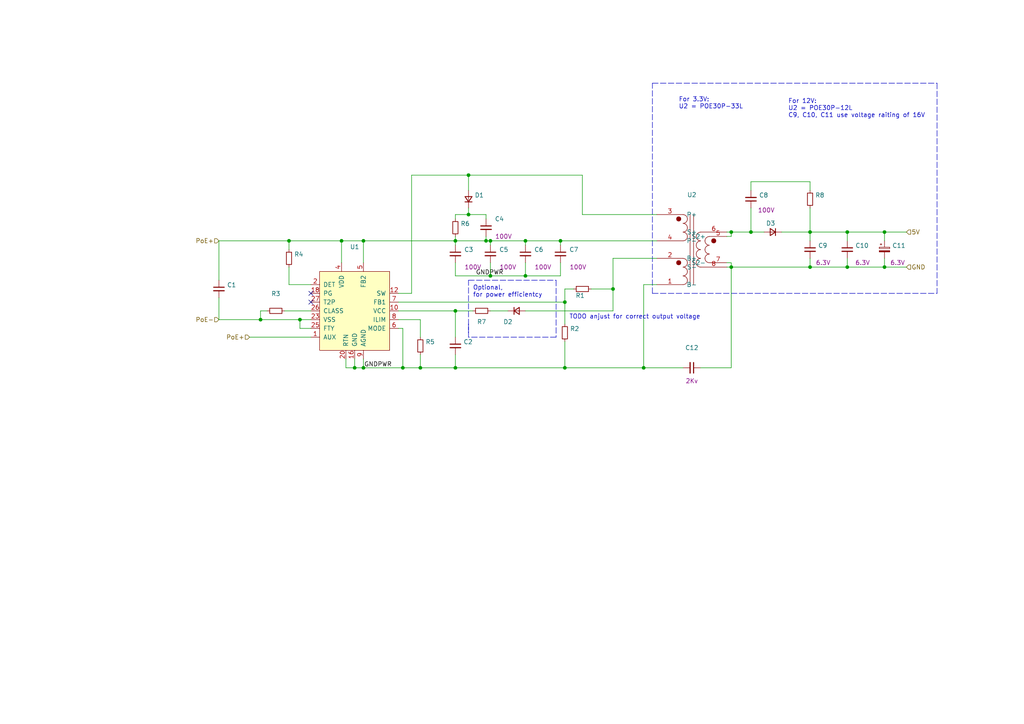
<source format=kicad_sch>
(kicad_sch (version 20211123) (generator eeschema)

  (uuid 6a45789b-3855-401f-8139-3c734f7f52f9)

  (paper "A4")

  (lib_symbols
    (symbol "Device:CP_Small" (pin_numbers hide) (pin_names (offset 0.254) hide) (in_bom yes) (on_board yes)
      (property "Reference" "C" (id 0) (at 0.254 1.778 0)
        (effects (font (size 1.27 1.27)) (justify left))
      )
      (property "Value" "Device_CP_Small" (id 1) (at 0.254 -2.032 0)
        (effects (font (size 1.27 1.27)) (justify left))
      )
      (property "Footprint" "" (id 2) (at 0 0 0)
        (effects (font (size 1.27 1.27)) hide)
      )
      (property "Datasheet" "" (id 3) (at 0 0 0)
        (effects (font (size 1.27 1.27)) hide)
      )
      (property "ki_fp_filters" "CP_*" (id 4) (at 0 0 0)
        (effects (font (size 1.27 1.27)) hide)
      )
      (symbol "CP_Small_0_1"
        (rectangle (start -1.524 -0.3048) (end 1.524 -0.6858)
          (stroke (width 0) (type default) (color 0 0 0 0))
          (fill (type outline))
        )
        (rectangle (start -1.524 0.6858) (end 1.524 0.3048)
          (stroke (width 0) (type default) (color 0 0 0 0))
          (fill (type none))
        )
        (polyline
          (pts
            (xy -1.27 1.524)
            (xy -0.762 1.524)
          )
          (stroke (width 0) (type default) (color 0 0 0 0))
          (fill (type none))
        )
        (polyline
          (pts
            (xy -1.016 1.27)
            (xy -1.016 1.778)
          )
          (stroke (width 0) (type default) (color 0 0 0 0))
          (fill (type none))
        )
      )
      (symbol "CP_Small_1_1"
        (pin passive line (at 0 2.54 270) (length 1.8542)
          (name "~" (effects (font (size 1.27 1.27))))
          (number "1" (effects (font (size 1.27 1.27))))
        )
        (pin passive line (at 0 -2.54 90) (length 1.8542)
          (name "~" (effects (font (size 1.27 1.27))))
          (number "2" (effects (font (size 1.27 1.27))))
        )
      )
    )
    (symbol "Device:C_Small" (pin_numbers hide) (pin_names (offset 0.254) hide) (in_bom yes) (on_board yes)
      (property "Reference" "C" (id 0) (at 0.254 1.778 0)
        (effects (font (size 1.27 1.27)) (justify left))
      )
      (property "Value" "C_Small" (id 1) (at 0.254 -2.032 0)
        (effects (font (size 1.27 1.27)) (justify left))
      )
      (property "Footprint" "" (id 2) (at 0 0 0)
        (effects (font (size 1.27 1.27)) hide)
      )
      (property "Datasheet" "~" (id 3) (at 0 0 0)
        (effects (font (size 1.27 1.27)) hide)
      )
      (property "ki_keywords" "capacitor cap" (id 4) (at 0 0 0)
        (effects (font (size 1.27 1.27)) hide)
      )
      (property "ki_description" "Unpolarized capacitor, small symbol" (id 5) (at 0 0 0)
        (effects (font (size 1.27 1.27)) hide)
      )
      (property "ki_fp_filters" "C_*" (id 6) (at 0 0 0)
        (effects (font (size 1.27 1.27)) hide)
      )
      (symbol "C_Small_0_1"
        (polyline
          (pts
            (xy -1.524 -0.508)
            (xy 1.524 -0.508)
          )
          (stroke (width 0.3302) (type default) (color 0 0 0 0))
          (fill (type none))
        )
        (polyline
          (pts
            (xy -1.524 0.508)
            (xy 1.524 0.508)
          )
          (stroke (width 0.3048) (type default) (color 0 0 0 0))
          (fill (type none))
        )
      )
      (symbol "C_Small_1_1"
        (pin passive line (at 0 2.54 270) (length 2.032)
          (name "~" (effects (font (size 1.27 1.27))))
          (number "1" (effects (font (size 1.27 1.27))))
        )
        (pin passive line (at 0 -2.54 90) (length 2.032)
          (name "~" (effects (font (size 1.27 1.27))))
          (number "2" (effects (font (size 1.27 1.27))))
        )
      )
    )
    (symbol "Device:D_Small" (pin_numbers hide) (pin_names (offset 0.254) hide) (in_bom yes) (on_board yes)
      (property "Reference" "D" (id 0) (at -1.27 2.032 0)
        (effects (font (size 1.27 1.27)) (justify left))
      )
      (property "Value" "D_Small" (id 1) (at -3.81 -2.032 0)
        (effects (font (size 1.27 1.27)) (justify left))
      )
      (property "Footprint" "" (id 2) (at 0 0 90)
        (effects (font (size 1.27 1.27)) hide)
      )
      (property "Datasheet" "~" (id 3) (at 0 0 90)
        (effects (font (size 1.27 1.27)) hide)
      )
      (property "ki_keywords" "diode" (id 4) (at 0 0 0)
        (effects (font (size 1.27 1.27)) hide)
      )
      (property "ki_description" "Diode, small symbol" (id 5) (at 0 0 0)
        (effects (font (size 1.27 1.27)) hide)
      )
      (property "ki_fp_filters" "TO-???* *_Diode_* *SingleDiode* D_*" (id 6) (at 0 0 0)
        (effects (font (size 1.27 1.27)) hide)
      )
      (symbol "D_Small_0_1"
        (polyline
          (pts
            (xy -0.762 -1.016)
            (xy -0.762 1.016)
          )
          (stroke (width 0.254) (type default) (color 0 0 0 0))
          (fill (type none))
        )
        (polyline
          (pts
            (xy -0.762 0)
            (xy 0.762 0)
          )
          (stroke (width 0) (type default) (color 0 0 0 0))
          (fill (type none))
        )
        (polyline
          (pts
            (xy 0.762 -1.016)
            (xy -0.762 0)
            (xy 0.762 1.016)
            (xy 0.762 -1.016)
          )
          (stroke (width 0.254) (type default) (color 0 0 0 0))
          (fill (type none))
        )
      )
      (symbol "D_Small_1_1"
        (pin passive line (at -2.54 0 0) (length 1.778)
          (name "K" (effects (font (size 1.27 1.27))))
          (number "1" (effects (font (size 1.27 1.27))))
        )
        (pin passive line (at 2.54 0 180) (length 1.778)
          (name "A" (effects (font (size 1.27 1.27))))
          (number "2" (effects (font (size 1.27 1.27))))
        )
      )
    )
    (symbol "Device:R_Small" (pin_numbers hide) (pin_names (offset 0.254) hide) (in_bom yes) (on_board yes)
      (property "Reference" "R" (id 0) (at 0.762 0.508 0)
        (effects (font (size 1.27 1.27)) (justify left))
      )
      (property "Value" "R_Small" (id 1) (at 0.762 -1.016 0)
        (effects (font (size 1.27 1.27)) (justify left))
      )
      (property "Footprint" "" (id 2) (at 0 0 0)
        (effects (font (size 1.27 1.27)) hide)
      )
      (property "Datasheet" "~" (id 3) (at 0 0 0)
        (effects (font (size 1.27 1.27)) hide)
      )
      (property "ki_keywords" "R resistor" (id 4) (at 0 0 0)
        (effects (font (size 1.27 1.27)) hide)
      )
      (property "ki_description" "Resistor, small symbol" (id 5) (at 0 0 0)
        (effects (font (size 1.27 1.27)) hide)
      )
      (property "ki_fp_filters" "R_*" (id 6) (at 0 0 0)
        (effects (font (size 1.27 1.27)) hide)
      )
      (symbol "R_Small_0_1"
        (rectangle (start -0.762 1.778) (end 0.762 -1.778)
          (stroke (width 0.2032) (type default) (color 0 0 0 0))
          (fill (type none))
        )
      )
      (symbol "R_Small_1_1"
        (pin passive line (at 0 2.54 270) (length 0.762)
          (name "~" (effects (font (size 1.27 1.27))))
          (number "1" (effects (font (size 1.27 1.27))))
        )
        (pin passive line (at 0 -2.54 90) (length 0.762)
          (name "~" (effects (font (size 1.27 1.27))))
          (number "2" (effects (font (size 1.27 1.27))))
        )
      )
    )
    (symbol "b033:POE70P-50L" (pin_names (offset 1.016)) (in_bom yes) (on_board yes)
      (property "Reference" "U" (id 0) (at 0 0 0)
        (effects (font (size 1.27 1.27)))
      )
      (property "Value" "POE70P-50L" (id 1) (at 0 12.7 0)
        (effects (font (size 1.27 1.27)))
      )
      (property "Footprint" "" (id 2) (at 0 0 0)
        (effects (font (size 1.27 1.27)) hide)
      )
      (property "Datasheet" "" (id 3) (at 0 0 0)
        (effects (font (size 1.27 1.27)) hide)
      )
      (symbol "POE70P-50L_0_1"
        (circle (center -3.81 -3.81) (radius 0.635)
          (stroke (width 0) (type default) (color 0 0 0 0))
          (fill (type outline))
        )
        (circle (center -3.81 8.89) (radius 0.635)
          (stroke (width 0) (type default) (color 0 0 0 0))
          (fill (type outline))
        )
        (circle (center 6.35 2.54) (radius 0.635)
          (stroke (width 0) (type default) (color 0 0 0 0))
          (fill (type outline))
        )
      )
      (symbol "POE70P-50L_1_1"
        (arc (start -2.54 -10.16) (mid -1.642 -9.788) (end -1.2954 -8.89)
          (stroke (width 0) (type default) (color 0 0 0 0))
          (fill (type none))
        )
        (arc (start -2.54 -7.62) (mid -1.642 -7.248) (end -1.2954 -6.35)
          (stroke (width 0) (type default) (color 0 0 0 0))
          (fill (type none))
        )
        (arc (start -2.54 -5.08) (mid -1.642 -4.708) (end -1.2954 -3.81)
          (stroke (width 0) (type default) (color 0 0 0 0))
          (fill (type none))
        )
        (arc (start -2.54 2.54) (mid -1.642 2.912) (end -1.2954 3.81)
          (stroke (width 0) (type default) (color 0 0 0 0))
          (fill (type none))
        )
        (arc (start -2.54 5.08) (mid -1.642 5.452) (end -1.2954 6.35)
          (stroke (width 0) (type default) (color 0 0 0 0))
          (fill (type none))
        )
        (arc (start -2.54 7.62) (mid -1.642 7.992) (end -1.2954 8.89)
          (stroke (width 0) (type default) (color 0 0 0 0))
          (fill (type none))
        )
        (arc (start -1.2954 -8.89) (mid -1.6599 -8.0099) (end -2.54 -7.6454)
          (stroke (width 0) (type default) (color 0 0 0 0))
          (fill (type none))
        )
        (arc (start -1.2954 -6.35) (mid -1.6599 -5.4699) (end -2.54 -5.1054)
          (stroke (width 0) (type default) (color 0 0 0 0))
          (fill (type none))
        )
        (arc (start -1.2954 -3.81) (mid -1.6599 -2.9299) (end -2.54 -2.5654)
          (stroke (width 0) (type default) (color 0 0 0 0))
          (fill (type none))
        )
        (arc (start -1.2954 3.81) (mid -1.6599 4.6901) (end -2.54 5.0546)
          (stroke (width 0) (type default) (color 0 0 0 0))
          (fill (type none))
        )
        (arc (start -1.2954 6.35) (mid -1.6599 7.2301) (end -2.54 7.5946)
          (stroke (width 0) (type default) (color 0 0 0 0))
          (fill (type none))
        )
        (arc (start -1.2954 8.89) (mid -1.6599 9.7701) (end -2.54 10.1346)
          (stroke (width 0) (type default) (color 0 0 0 0))
          (fill (type none))
        )
        (polyline
          (pts
            (xy -0.508 -10.16)
            (xy -0.508 10.16)
          )
          (stroke (width 0) (type default) (color 0 0 0 0))
          (fill (type none))
        )
        (polyline
          (pts
            (xy 0.508 10.16)
            (xy 0.508 -10.16)
          )
          (stroke (width 0) (type default) (color 0 0 0 0))
          (fill (type none))
        )
        (arc (start 1.27 -3.81) (mid 1.642 -4.708) (end 2.54 -5.08)
          (stroke (width 0) (type default) (color 0 0 0 0))
          (fill (type none))
        )
        (arc (start 1.27 -1.27) (mid 1.642 -2.168) (end 2.54 -2.54)
          (stroke (width 0) (type default) (color 0 0 0 0))
          (fill (type none))
        )
        (arc (start 1.27 1.27) (mid 1.642 0.372) (end 2.54 0)
          (stroke (width 0) (type default) (color 0 0 0 0))
          (fill (type none))
        )
        (arc (start 1.27 3.81) (mid 1.642 2.912) (end 2.54 2.54)
          (stroke (width 0) (type default) (color 0 0 0 0))
          (fill (type none))
        )
        (arc (start 2.54 -2.5654) (mid 1.6599 -2.9299) (end 1.27 -3.81)
          (stroke (width 0) (type default) (color 0 0 0 0))
          (fill (type none))
        )
        (arc (start 2.54 -0.0254) (mid 1.6599 -0.3899) (end 1.27 -1.27)
          (stroke (width 0) (type default) (color 0 0 0 0))
          (fill (type none))
        )
        (arc (start 2.54 2.5146) (mid 1.6599 2.1501) (end 1.27 1.27)
          (stroke (width 0) (type default) (color 0 0 0 0))
          (fill (type none))
        )
        (arc (start 2.54 5.0546) (mid 1.6599 4.6901) (end 1.27 3.81)
          (stroke (width 0) (type default) (color 0 0 0 0))
          (fill (type none))
        )
        (arc (start 3.81 -2.54) (mid 4.182 -3.438) (end 5.08 -3.81)
          (stroke (width 0) (type default) (color 0 0 0 0))
          (fill (type none))
        )
        (arc (start 3.81 0) (mid 4.182 -0.898) (end 5.08 -1.27)
          (stroke (width 0) (type default) (color 0 0 0 0))
          (fill (type none))
        )
        (arc (start 3.81 2.54) (mid 4.182 1.642) (end 5.08 1.27)
          (stroke (width 0) (type default) (color 0 0 0 0))
          (fill (type none))
        )
        (arc (start 5.08 -1.2954) (mid 4.1999 -1.6599) (end 3.81 -2.54)
          (stroke (width 0) (type default) (color 0 0 0 0))
          (fill (type none))
        )
        (arc (start 5.08 1.2446) (mid 4.1999 0.8801) (end 3.81 0)
          (stroke (width 0) (type default) (color 0 0 0 0))
          (fill (type none))
        )
        (arc (start 5.08 3.7846) (mid 4.1999 3.4201) (end 3.81 2.54)
          (stroke (width 0) (type default) (color 0 0 0 0))
          (fill (type none))
        )
        (pin passive line (at -10.16 -10.16 0) (length 7.62)
          (name "B-" (effects (font (size 1.27 1.27))))
          (number "1" (effects (font (size 1.27 1.27))))
        )
        (pin passive line (at -10.16 -2.54 0) (length 7.62)
          (name "B+" (effects (font (size 1.27 1.27))))
          (number "2" (effects (font (size 1.27 1.27))))
        )
        (pin passive line (at -10.16 10.16 0) (length 7.62)
          (name "P+" (effects (font (size 1.27 1.27))))
          (number "3" (effects (font (size 1.27 1.27))))
        )
        (pin passive line (at -10.16 2.54 0) (length 7.62)
          (name "P-" (effects (font (size 1.27 1.27))))
          (number "4" (effects (font (size 1.27 1.27))))
        )
        (pin passive line (at 10.16 3.81 180) (length 5.08)
          (name "S2+" (effects (font (size 1.27 1.27))))
          (number "5" (effects (font (size 1.27 1.27))))
        )
        (pin passive line (at 10.16 5.08 180) (length 7.62)
          (name "S+" (effects (font (size 1.27 1.27))))
          (number "6" (effects (font (size 1.27 1.27))))
        )
        (pin passive line (at 10.16 -3.81 180) (length 5.08)
          (name "S2-" (effects (font (size 1.27 1.27))))
          (number "7" (effects (font (size 1.27 1.27))))
        )
        (pin passive line (at 10.16 -5.08 180) (length 7.62)
          (name "S-" (effects (font (size 1.27 1.27))))
          (number "8" (effects (font (size 1.27 1.27))))
        )
      )
    )
    (symbol "board-rescue:MP8007-local" (pin_names (offset 1.016)) (in_bom yes) (on_board yes)
      (property "Reference" "U" (id 0) (at -5.08 11.43 0)
        (effects (font (size 1.27 1.27)))
      )
      (property "Value" "board-rescue_MP8007-local" (id 1) (at -1.27 -13.97 0)
        (effects (font (size 1.27 1.27)))
      )
      (property "Footprint" "" (id 2) (at -5.08 11.43 0)
        (effects (font (size 1.27 1.27)) hide)
      )
      (property "Datasheet" "" (id 3) (at -5.08 11.43 0)
        (effects (font (size 1.27 1.27)) hide)
      )
      (symbol "MP8007-local_0_1"
        (rectangle (start -6.35 10.16) (end 13.97 -12.7)
          (stroke (width 0) (type default) (color 0 0 0 0))
          (fill (type background))
        )
      )
      (symbol "MP8007-local_1_1"
        (pin input line (at -8.89 -8.89 0) (length 2.54)
          (name "AUX" (effects (font (size 1.27 1.27))))
          (number "1" (effects (font (size 1.27 1.27))))
        )
        (pin input line (at 16.51 -1.27 180) (length 2.54)
          (name "VCC" (effects (font (size 1.27 1.27))))
          (number "10" (effects (font (size 1.27 1.27))))
        )
        (pin input line (at 16.51 3.81 180) (length 2.54)
          (name "SW" (effects (font (size 1.27 1.27))))
          (number "12" (effects (font (size 1.27 1.27))))
        )
        (pin input line (at 16.51 3.81 180) (length 2.54) hide
          (name "~" (effects (font (size 1.27 1.27))))
          (number "13" (effects (font (size 1.27 1.27))))
        )
        (pin input line (at 3.81 -15.24 90) (length 2.54)
          (name "GND" (effects (font (size 1.27 1.27))))
          (number "16" (effects (font (size 1.27 1.27))))
        )
        (pin input line (at 3.81 -15.24 90) (length 2.54) hide
          (name "~" (effects (font (size 1.27 1.27))))
          (number "17" (effects (font (size 1.27 1.27))))
        )
        (pin input line (at -8.89 3.81 0) (length 2.54)
          (name "PG" (effects (font (size 1.27 1.27))))
          (number "18" (effects (font (size 1.27 1.27))))
        )
        (pin input line (at -8.89 6.35 0) (length 2.54)
          (name "DET" (effects (font (size 1.27 1.27))))
          (number "2" (effects (font (size 1.27 1.27))))
        )
        (pin input line (at 1.27 -15.24 90) (length 2.54)
          (name "RTN" (effects (font (size 1.27 1.27))))
          (number "20" (effects (font (size 1.27 1.27))))
        )
        (pin input line (at 1.27 -15.24 90) (length 2.54) hide
          (name "~" (effects (font (size 1.27 1.27))))
          (number "21" (effects (font (size 1.27 1.27))))
        )
        (pin input line (at -8.89 -3.81 0) (length 2.54)
          (name "VSS" (effects (font (size 1.27 1.27))))
          (number "23" (effects (font (size 1.27 1.27))))
        )
        (pin input line (at -8.89 -3.81 0) (length 2.54) hide
          (name "~" (effects (font (size 1.27 1.27))))
          (number "24" (effects (font (size 1.27 1.27))))
        )
        (pin input line (at -8.89 -6.35 0) (length 2.54)
          (name "FTY" (effects (font (size 1.27 1.27))))
          (number "25" (effects (font (size 1.27 1.27))))
        )
        (pin input line (at -8.89 -1.27 0) (length 2.54)
          (name "CLASS" (effects (font (size 1.27 1.27))))
          (number "26" (effects (font (size 1.27 1.27))))
        )
        (pin input line (at -8.89 1.27 0) (length 2.54)
          (name "T2P" (effects (font (size 1.27 1.27))))
          (number "27" (effects (font (size 1.27 1.27))))
        )
        (pin input line (at 3.81 -15.24 90) (length 2.54) hide
          (name "GND" (effects (font (size 1.27 1.27))))
          (number "29" (effects (font (size 1.27 1.27))))
        )
        (pin input line (at 0 12.7 270) (length 2.54)
          (name "VDD" (effects (font (size 1.27 1.27))))
          (number "4" (effects (font (size 1.27 1.27))))
        )
        (pin input line (at 6.35 12.7 270) (length 2.54)
          (name "FB2" (effects (font (size 1.27 1.27))))
          (number "5" (effects (font (size 1.27 1.27))))
        )
        (pin input line (at 16.51 -6.35 180) (length 2.54)
          (name "MODE" (effects (font (size 1.27 1.27))))
          (number "6" (effects (font (size 1.27 1.27))))
        )
        (pin input line (at 16.51 1.27 180) (length 2.54)
          (name "FB1" (effects (font (size 1.27 1.27))))
          (number "7" (effects (font (size 1.27 1.27))))
        )
        (pin input line (at 16.51 -3.81 180) (length 2.54)
          (name "ILIM" (effects (font (size 1.27 1.27))))
          (number "8" (effects (font (size 1.27 1.27))))
        )
        (pin input line (at 6.35 -15.24 90) (length 2.54)
          (name "AGND" (effects (font (size 1.27 1.27))))
          (number "9" (effects (font (size 1.27 1.27))))
        )
      )
    )
  )

  (junction (at 256.54 77.47) (diameter 0) (color 0 0 0 0)
    (uuid 057af6bb-cf6f-4bfb-b0c0-2e92a2c09a47)
  )
  (junction (at 234.95 77.47) (diameter 0) (color 0 0 0 0)
    (uuid 0ce8d3ab-2662-4158-8a2a-18b782908fc5)
  )
  (junction (at 142.24 69.85) (diameter 0) (color 0 0 0 0)
    (uuid 0ff508fd-18da-4ab7-9844-3c8a28c2587e)
  )
  (junction (at 132.08 90.17) (diameter 0) (color 0 0 0 0)
    (uuid 11a82611-b845-4333-a24e-b2ad6a8131a0)
  )
  (junction (at 142.24 80.01) (diameter 0) (color 0 0 0 0)
    (uuid 16bd6381-8ac0-4bf2-9dce-ecc20c724b8d)
  )
  (junction (at 102.87 106.68) (diameter 0) (color 0 0 0 0)
    (uuid 240e07e1-770b-4b27-894f-29fd601c924d)
  )
  (junction (at 132.08 106.68) (diameter 0) (color 0 0 0 0)
    (uuid 3b7cfda6-4679-4e99-854d-11e7f503b315)
  )
  (junction (at 132.08 69.85) (diameter 0) (color 0 0 0 0)
    (uuid 40165eda-4ba6-4565-9bb4-b9df6dbb08da)
  )
  (junction (at 105.41 106.68) (diameter 0) (color 0 0 0 0)
    (uuid 4a4ec8d9-3d72-4952-83d4-808f65849a2b)
  )
  (junction (at 163.83 106.68) (diameter 0) (color 0 0 0 0)
    (uuid 520848c9-07c5-4c55-928f-97058af72a92)
  )
  (junction (at 152.4 80.01) (diameter 0) (color 0 0 0 0)
    (uuid 60dcd1fe-7079-4cb8-b509-04558ccf5097)
  )
  (junction (at 105.41 69.85) (diameter 0) (color 0 0 0 0)
    (uuid 63ff1c93-3f96-4c33-b498-5dd8c33bccc0)
  )
  (junction (at 75.565 92.71) (diameter 0) (color 0 0 0 0)
    (uuid 6441b183-b8f2-458f-a23d-60e2b1f66dd6)
  )
  (junction (at 162.56 69.85) (diameter 0) (color 0 0 0 0)
    (uuid 70e15522-1572-4451-9c0d-6d36ac70d8c6)
  )
  (junction (at 256.54 67.31) (diameter 0) (color 0 0 0 0)
    (uuid 7b044939-8c4d-444f-b9e0-a15fcdeb5a86)
  )
  (junction (at 212.09 77.47) (diameter 0) (color 0 0 0 0)
    (uuid 7f52d787-caa3-4a92-b1b2-19d554dc29a4)
  )
  (junction (at 212.09 67.31) (diameter 0) (color 0 0 0 0)
    (uuid 8087f566-a94d-4bbc-985b-e49ee7762296)
  )
  (junction (at 163.83 87.63) (diameter 0) (color 0 0 0 0)
    (uuid 91f39f89-5780-45fb-a921-225d78f7cfb8)
  )
  (junction (at 177.8 83.82) (diameter 0) (color 0 0 0 0)
    (uuid 9ae2a8ba-8e15-47c3-8e54-7b5a4d168d3a)
  )
  (junction (at 217.805 67.31) (diameter 0) (color 0 0 0 0)
    (uuid 9b3c58a7-a9b9-4498-abc0-f9f43e4f0292)
  )
  (junction (at 86.995 92.71) (diameter 0) (color 0 0 0 0)
    (uuid 9bb20359-0f8b-45bc-9d38-6626ed3a939d)
  )
  (junction (at 234.95 67.31) (diameter 0) (color 0 0 0 0)
    (uuid a9b3f6e4-7a6d-4ae8-ad28-3d8458e0ca1a)
  )
  (junction (at 121.92 106.68) (diameter 0) (color 0 0 0 0)
    (uuid ae5fe6fe-bc7c-4b65-bb00-379280d9763c)
  )
  (junction (at 140.97 69.85) (diameter 0) (color 0 0 0 0)
    (uuid af80deb4-0879-4ca7-9550-e2fc0ae9ca21)
  )
  (junction (at 83.82 69.85) (diameter 0) (color 0 0 0 0)
    (uuid b71636c1-4132-48e3-9204-739dec873f8e)
  )
  (junction (at 245.745 77.47) (diameter 0) (color 0 0 0 0)
    (uuid be645d0f-8568-47a0-a152-e3ddd33563eb)
  )
  (junction (at 99.06 69.85) (diameter 0) (color 0 0 0 0)
    (uuid c01d25cd-f4bb-4ef3-b5ea-533a2a4ddb2b)
  )
  (junction (at 152.4 69.85) (diameter 0) (color 0 0 0 0)
    (uuid c332fa55-4168-4f55-88a5-f82c7c21040b)
  )
  (junction (at 135.89 62.23) (diameter 0) (color 0 0 0 0)
    (uuid c830e3bc-dc64-4f65-8f47-3b106bae2807)
  )
  (junction (at 135.89 50.8) (diameter 0) (color 0 0 0 0)
    (uuid d5641ac9-9be7-46bf-90b3-6c83d852b5ba)
  )
  (junction (at 245.745 67.31) (diameter 0) (color 0 0 0 0)
    (uuid d5b800ca-1ab6-4b66-b5f7-2dda5658b504)
  )
  (junction (at 116.84 106.68) (diameter 0) (color 0 0 0 0)
    (uuid ea0cd904-4205-44ba-9130-cda7eaafed19)
  )
  (junction (at 186.69 106.68) (diameter 0) (color 0 0 0 0)
    (uuid ec5c2062-3a41-4636-8803-069e60a1641a)
  )

  (no_connect (at 90.17 87.63) (uuid 852dabbf-de45-4470-8176-59d37a754407))
  (no_connect (at 90.17 85.09) (uuid b5352a33-563a-4ffe-a231-2e68fb54afa3))

  (wire (pts (xy 102.87 106.68) (xy 100.33 106.68))
    (stroke (width 0) (type default) (color 0 0 0 0))
    (uuid 003c2200-0632-4808-a662-8ddd5d30c768)
  )
  (wire (pts (xy 186.69 82.55) (xy 190.5 82.55))
    (stroke (width 0) (type default) (color 0 0 0 0))
    (uuid 01e9b6e7-adf9-4ee7-9447-a588630ee4a2)
  )
  (wire (pts (xy 132.08 90.17) (xy 137.16 90.17))
    (stroke (width 0) (type default) (color 0 0 0 0))
    (uuid 02cbc65e-0f6f-4a8d-af09-ce19c898a947)
  )
  (wire (pts (xy 256.54 69.85) (xy 256.54 67.31))
    (stroke (width 0) (type default) (color 0 0 0 0))
    (uuid 0325ec43-0390-4ae2-b055-b1ec6ce17b1c)
  )
  (wire (pts (xy 63.5 69.85) (xy 63.5 81.28))
    (stroke (width 0) (type default) (color 0 0 0 0))
    (uuid 03c52831-5dc5-43c5-a442-8d23643b46fb)
  )
  (wire (pts (xy 132.08 80.01) (xy 142.24 80.01))
    (stroke (width 0) (type default) (color 0 0 0 0))
    (uuid 0755aee5-bc01-4cb5-b830-583289df50a3)
  )
  (polyline (pts (xy 135.89 96.52) (xy 135.89 81.28))
    (stroke (width 0) (type default) (color 0 0 0 0))
    (uuid 09e8f97a-12e9-485f-89f2-0980acdfb3f6)
  )

  (wire (pts (xy 166.37 83.82) (xy 163.83 83.82))
    (stroke (width 0) (type default) (color 0 0 0 0))
    (uuid 0ec0fce1-a505-4223-8032-dc820da65700)
  )
  (wire (pts (xy 212.09 77.47) (xy 234.95 77.47))
    (stroke (width 0) (type default) (color 0 0 0 0))
    (uuid 101ef598-601d-400e-9ef6-d655fbb1dbfa)
  )
  (wire (pts (xy 152.4 90.17) (xy 177.8 90.17))
    (stroke (width 0) (type default) (color 0 0 0 0))
    (uuid 15f7d860-bc3a-4f74-81bf-aef3a6d89b19)
  )
  (wire (pts (xy 132.08 90.17) (xy 132.08 97.79))
    (stroke (width 0) (type default) (color 0 0 0 0))
    (uuid 184c5f4f-80ff-4c30-8cb0-d3d23ffa6502)
  )
  (wire (pts (xy 115.57 87.63) (xy 163.83 87.63))
    (stroke (width 0) (type default) (color 0 0 0 0))
    (uuid 1922e0f8-88da-4cca-959b-702ec5419469)
  )
  (wire (pts (xy 83.82 82.55) (xy 90.17 82.55))
    (stroke (width 0) (type default) (color 0 0 0 0))
    (uuid 1bf544e3-5940-4576-9291-2464e95c0ee2)
  )
  (wire (pts (xy 135.89 55.245) (xy 135.89 50.8))
    (stroke (width 0) (type default) (color 0 0 0 0))
    (uuid 1e8701fc-ad24-40ea-846a-e3db538d6077)
  )
  (wire (pts (xy 217.805 55.245) (xy 217.805 52.705))
    (stroke (width 0) (type default) (color 0 0 0 0))
    (uuid 20c315f4-1e4f-49aa-8d61-778a7389df7e)
  )
  (wire (pts (xy 135.89 62.23) (xy 140.97 62.23))
    (stroke (width 0) (type default) (color 0 0 0 0))
    (uuid 25d545dc-8f50-4573-922c-35ef5a2a3a19)
  )
  (wire (pts (xy 234.95 77.47) (xy 245.745 77.47))
    (stroke (width 0) (type default) (color 0 0 0 0))
    (uuid 29195ea4-8218-44a1-b4bf-466bee0082e4)
  )
  (wire (pts (xy 63.5 86.36) (xy 63.5 92.71))
    (stroke (width 0) (type default) (color 0 0 0 0))
    (uuid 29e78086-2175-405e-9ba3-c48766d2f50c)
  )
  (wire (pts (xy 86.995 92.71) (xy 90.17 92.71))
    (stroke (width 0) (type default) (color 0 0 0 0))
    (uuid 2d210a96-f81f-42a9-8bf4-1b43c11086f3)
  )
  (wire (pts (xy 163.83 99.06) (xy 163.83 106.68))
    (stroke (width 0) (type default) (color 0 0 0 0))
    (uuid 2d67a417-188f-4014-9282-000265d80009)
  )
  (wire (pts (xy 63.5 69.85) (xy 83.82 69.85))
    (stroke (width 0) (type default) (color 0 0 0 0))
    (uuid 2d6db888-4e40-41c8-b701-07170fc894bc)
  )
  (wire (pts (xy 115.57 95.25) (xy 116.84 95.25))
    (stroke (width 0) (type default) (color 0 0 0 0))
    (uuid 2ef76171-d74b-42f3-bc52-b28af8f62e15)
  )
  (wire (pts (xy 168.91 62.23) (xy 190.5 62.23))
    (stroke (width 0) (type default) (color 0 0 0 0))
    (uuid 2f215f15-3d52-4c91-93e6-3ea03a95622f)
  )
  (wire (pts (xy 75.565 92.71) (xy 86.995 92.71))
    (stroke (width 0) (type default) (color 0 0 0 0))
    (uuid 31e08896-1992-4725-96d9-9d2728bca7a3)
  )
  (wire (pts (xy 142.24 69.85) (xy 140.97 69.85))
    (stroke (width 0) (type default) (color 0 0 0 0))
    (uuid 378af8b4-af3d-46e7-89ae-deff12ca9067)
  )
  (wire (pts (xy 210.82 68.58) (xy 212.09 68.58))
    (stroke (width 0) (type default) (color 0 0 0 0))
    (uuid 3a52f112-cb97-43db-aaeb-20afe27664d7)
  )
  (wire (pts (xy 105.41 104.14) (xy 105.41 106.68))
    (stroke (width 0) (type default) (color 0 0 0 0))
    (uuid 3acc6506-d57a-4e0c-8eec-c18172009809)
  )
  (wire (pts (xy 171.45 83.82) (xy 177.8 83.82))
    (stroke (width 0) (type default) (color 0 0 0 0))
    (uuid 3b7947da-a593-4da0-9047-c53311bda4f3)
  )
  (wire (pts (xy 121.92 92.71) (xy 121.92 97.79))
    (stroke (width 0) (type default) (color 0 0 0 0))
    (uuid 405e0c99-b2ba-48eb-993b-80b1aef1e013)
  )
  (wire (pts (xy 132.08 102.87) (xy 132.08 106.68))
    (stroke (width 0) (type default) (color 0 0 0 0))
    (uuid 40d91498-f33b-4c20-8cae-6cbc1f0b07e9)
  )
  (wire (pts (xy 221.615 67.31) (xy 217.805 67.31))
    (stroke (width 0) (type default) (color 0 0 0 0))
    (uuid 41acfe41-fac7-432a-a7a3-946566e2d504)
  )
  (wire (pts (xy 142.24 90.17) (xy 147.32 90.17))
    (stroke (width 0) (type default) (color 0 0 0 0))
    (uuid 46b0148d-e2a0-406f-ad59-69dc93d08a5e)
  )
  (wire (pts (xy 162.56 76.2) (xy 162.56 80.01))
    (stroke (width 0) (type default) (color 0 0 0 0))
    (uuid 4a21e717-d46d-4d9e-8b98-af4ecb02d3ec)
  )
  (wire (pts (xy 86.995 95.25) (xy 90.17 95.25))
    (stroke (width 0) (type default) (color 0 0 0 0))
    (uuid 4c8eb964-bdf4-44de-90e9-e2ab82dd5313)
  )
  (wire (pts (xy 186.69 106.68) (xy 186.69 82.55))
    (stroke (width 0) (type default) (color 0 0 0 0))
    (uuid 4f66b314-0f62-4fb6-8c3c-f9c6a75cd3ec)
  )
  (wire (pts (xy 132.08 76.2) (xy 132.08 80.01))
    (stroke (width 0) (type default) (color 0 0 0 0))
    (uuid 4fb21471-41be-4be8-9687-66030f97befc)
  )
  (wire (pts (xy 115.57 85.09) (xy 119.38 85.09))
    (stroke (width 0) (type default) (color 0 0 0 0))
    (uuid 4fd5280c-0e61-4fd6-9080-fa30f092297c)
  )
  (wire (pts (xy 256.54 67.31) (xy 262.89 67.31))
    (stroke (width 0) (type default) (color 0 0 0 0))
    (uuid 576c6616-e95d-4f1e-8ead-dea30fcdc8c2)
  )
  (polyline (pts (xy 161.29 81.28) (xy 161.29 97.79))
    (stroke (width 0) (type default) (color 0 0 0 0))
    (uuid 5aa71689-c092-443f-bb7e-e0bcc073ced1)
  )

  (wire (pts (xy 163.83 106.68) (xy 186.69 106.68))
    (stroke (width 0) (type default) (color 0 0 0 0))
    (uuid 5b9c68d3-8634-4be7-8356-150252d07d5a)
  )
  (wire (pts (xy 198.12 106.68) (xy 186.69 106.68))
    (stroke (width 0) (type default) (color 0 0 0 0))
    (uuid 5edcefbe-9766-42c8-9529-28d0ec865573)
  )
  (wire (pts (xy 163.83 87.63) (xy 163.83 93.98))
    (stroke (width 0) (type default) (color 0 0 0 0))
    (uuid 5f0f3e5a-d243-4e89-b297-44d5ee1f2875)
  )
  (wire (pts (xy 168.91 50.8) (xy 168.91 62.23))
    (stroke (width 0) (type default) (color 0 0 0 0))
    (uuid 61fe293f-6808-4b7f-9340-9aaac7054a97)
  )
  (wire (pts (xy 210.82 77.47) (xy 212.09 77.47))
    (stroke (width 0) (type default) (color 0 0 0 0))
    (uuid 65134029-dbd2-409a-85a8-13c2a33ff019)
  )
  (wire (pts (xy 72.39 97.79) (xy 90.17 97.79))
    (stroke (width 0) (type default) (color 0 0 0 0))
    (uuid 66043bca-a260-4915-9fce-8a51d324c687)
  )
  (wire (pts (xy 152.4 69.85) (xy 142.24 69.85))
    (stroke (width 0) (type default) (color 0 0 0 0))
    (uuid 68877d35-b796-44db-9124-b8e744e7412e)
  )
  (polyline (pts (xy 189.23 24.13) (xy 271.78 24.13))
    (stroke (width 0) (type default) (color 0 0 0 0))
    (uuid 7403e69e-3d33-49cf-adbd-0964e91897c3)
  )

  (wire (pts (xy 83.82 69.85) (xy 99.06 69.85))
    (stroke (width 0) (type default) (color 0 0 0 0))
    (uuid 78675a7c-978a-406e-826c-fcfa59ff4723)
  )
  (wire (pts (xy 234.95 67.31) (xy 245.745 67.31))
    (stroke (width 0) (type default) (color 0 0 0 0))
    (uuid 7a4ce4b3-518a-4819-b8b2-5127b3347c64)
  )
  (wire (pts (xy 83.82 72.39) (xy 83.82 69.85))
    (stroke (width 0) (type default) (color 0 0 0 0))
    (uuid 7aed3a71-054b-4aaa-9c0a-030523c32827)
  )
  (polyline (pts (xy 135.89 81.28) (xy 161.29 81.28))
    (stroke (width 0) (type default) (color 0 0 0 0))
    (uuid 7c43f979-cf52-40c1-b925-c13f4533bb6c)
  )

  (wire (pts (xy 115.57 90.17) (xy 132.08 90.17))
    (stroke (width 0) (type default) (color 0 0 0 0))
    (uuid 7d9ac997-beef-4d99-b925-723c3b2719d1)
  )
  (wire (pts (xy 132.08 69.85) (xy 105.41 69.85))
    (stroke (width 0) (type default) (color 0 0 0 0))
    (uuid 7e023245-2c2b-4e2b-bfb9-5d35176e88f2)
  )
  (wire (pts (xy 217.805 52.705) (xy 234.95 52.705))
    (stroke (width 0) (type default) (color 0 0 0 0))
    (uuid 7e0a03ae-d054-4f76-a131-5c09b8dc1636)
  )
  (wire (pts (xy 152.4 71.12) (xy 152.4 69.85))
    (stroke (width 0) (type default) (color 0 0 0 0))
    (uuid 7e20a38c-bfc6-4ad1-914f-16f85f69a7af)
  )
  (wire (pts (xy 100.33 106.68) (xy 100.33 104.14))
    (stroke (width 0) (type default) (color 0 0 0 0))
    (uuid 7edc9030-db7b-43ac-a1b3-b87eeacb4c2d)
  )
  (wire (pts (xy 210.82 76.2) (xy 212.09 76.2))
    (stroke (width 0) (type default) (color 0 0 0 0))
    (uuid 7f2301df-e4bc-479e-a681-cc59c9a2dbbb)
  )
  (wire (pts (xy 82.55 90.17) (xy 90.17 90.17))
    (stroke (width 0) (type default) (color 0 0 0 0))
    (uuid 80094b70-85ab-4ff6-934b-60d5ee65023a)
  )
  (wire (pts (xy 203.2 106.68) (xy 212.09 106.68))
    (stroke (width 0) (type default) (color 0 0 0 0))
    (uuid 81a15393-727e-448b-a777-b18773023d89)
  )
  (wire (pts (xy 177.8 74.93) (xy 190.5 74.93))
    (stroke (width 0) (type default) (color 0 0 0 0))
    (uuid 834a6e88-a667-436c-8984-968d3dc6b5ab)
  )
  (wire (pts (xy 116.84 106.68) (xy 121.92 106.68))
    (stroke (width 0) (type default) (color 0 0 0 0))
    (uuid 83cb2ffc-60c9-4193-95f5-e7ed231736d0)
  )
  (wire (pts (xy 142.24 76.2) (xy 142.24 80.01))
    (stroke (width 0) (type default) (color 0 0 0 0))
    (uuid 85b7594c-358f-454b-b2ad-dd0b1d67ed76)
  )
  (wire (pts (xy 142.24 71.12) (xy 142.24 69.85))
    (stroke (width 0) (type default) (color 0 0 0 0))
    (uuid 88a9e4a5-097e-4bcc-9933-97e526fca940)
  )
  (wire (pts (xy 132.08 68.58) (xy 132.08 69.85))
    (stroke (width 0) (type default) (color 0 0 0 0))
    (uuid 8c6a821f-8e19-48f3-8f44-9b340f7689bc)
  )
  (polyline (pts (xy 135.89 93.98) (xy 135.89 97.79))
    (stroke (width 0) (type default) (color 0 0 0 0))
    (uuid 9049abed-26e4-4d24-af33-8f164e007eaf)
  )

  (wire (pts (xy 256.54 77.47) (xy 262.89 77.47))
    (stroke (width 0) (type default) (color 0 0 0 0))
    (uuid 935f462d-8b1e-4005-9f1e-17f537ab1756)
  )
  (wire (pts (xy 63.5 92.71) (xy 75.565 92.71))
    (stroke (width 0) (type default) (color 0 0 0 0))
    (uuid 94a873dc-af67-4ef9-8159-1f7c93eeb3d7)
  )
  (wire (pts (xy 162.56 71.12) (xy 162.56 69.85))
    (stroke (width 0) (type default) (color 0 0 0 0))
    (uuid 958855b3-4fb1-4f0f-8144-522f8724af42)
  )
  (wire (pts (xy 212.09 67.31) (xy 210.82 67.31))
    (stroke (width 0) (type default) (color 0 0 0 0))
    (uuid 98c78427-acd5-4f90-9ad6-9f61c4809aec)
  )
  (wire (pts (xy 163.83 83.82) (xy 163.83 87.63))
    (stroke (width 0) (type default) (color 0 0 0 0))
    (uuid 98cdc14d-19b8-4927-9f66-8921cdc35ab3)
  )
  (polyline (pts (xy 161.29 97.79) (xy 135.89 97.79))
    (stroke (width 0) (type default) (color 0 0 0 0))
    (uuid 9a341c98-b4b7-4785-85e6-befff8f88490)
  )

  (wire (pts (xy 105.41 69.85) (xy 105.41 76.2))
    (stroke (width 0) (type default) (color 0 0 0 0))
    (uuid 9b0a1687-7e1b-4a04-a30b-c27a072a2949)
  )
  (wire (pts (xy 190.5 69.85) (xy 162.56 69.85))
    (stroke (width 0) (type default) (color 0 0 0 0))
    (uuid 9e1b837f-0d34-4a18-9644-9ee68f141f46)
  )
  (wire (pts (xy 99.06 69.85) (xy 99.06 76.2))
    (stroke (width 0) (type default) (color 0 0 0 0))
    (uuid a1823eb2-fb0d-4ed8-8b96-04184ac3a9d5)
  )
  (wire (pts (xy 116.84 95.25) (xy 116.84 106.68))
    (stroke (width 0) (type default) (color 0 0 0 0))
    (uuid a1deb9ae-28f6-4ee3-a544-965dcf68026c)
  )
  (wire (pts (xy 212.09 106.68) (xy 212.09 77.47))
    (stroke (width 0) (type default) (color 0 0 0 0))
    (uuid a4f86a46-3bc8-4daa-9125-a63f297eb114)
  )
  (wire (pts (xy 142.24 80.01) (xy 152.4 80.01))
    (stroke (width 0) (type default) (color 0 0 0 0))
    (uuid a5cd8da1-8f7f-4f80-bb23-0317de562222)
  )
  (wire (pts (xy 226.695 67.31) (xy 234.95 67.31))
    (stroke (width 0) (type default) (color 0 0 0 0))
    (uuid a6b7df29-bcf8-46a9-b623-7eaac47f5110)
  )
  (wire (pts (xy 212.09 76.2) (xy 212.09 77.47))
    (stroke (width 0) (type default) (color 0 0 0 0))
    (uuid a8447faf-e0a0-4c4a-ae53-4d4b28669151)
  )
  (wire (pts (xy 86.995 95.25) (xy 86.995 92.71))
    (stroke (width 0) (type default) (color 0 0 0 0))
    (uuid aa14c3bd-4acc-4908-9d28-228585a22a9d)
  )
  (wire (pts (xy 177.8 74.93) (xy 177.8 83.82))
    (stroke (width 0) (type default) (color 0 0 0 0))
    (uuid aadded19-c3e5-4f16-bdee-518ec29536e9)
  )
  (wire (pts (xy 140.97 62.23) (xy 140.97 63.5))
    (stroke (width 0) (type default) (color 0 0 0 0))
    (uuid aca4de92-9c41-4c2b-9afa-540d02dafa1c)
  )
  (wire (pts (xy 234.95 74.93) (xy 234.95 77.47))
    (stroke (width 0) (type default) (color 0 0 0 0))
    (uuid b0906e10-2fbc-4309-a8b4-6fc4cd1a5490)
  )
  (wire (pts (xy 245.745 77.47) (xy 256.54 77.47))
    (stroke (width 0) (type default) (color 0 0 0 0))
    (uuid bd9595a1-04f3-4fda-8f1b-e65ad874edd3)
  )
  (wire (pts (xy 75.565 90.17) (xy 75.565 92.71))
    (stroke (width 0) (type default) (color 0 0 0 0))
    (uuid bfc0aadc-38cf-466e-a642-68fdc3138c78)
  )
  (wire (pts (xy 83.82 77.47) (xy 83.82 82.55))
    (stroke (width 0) (type default) (color 0 0 0 0))
    (uuid c0515cd2-cdaa-467e-8354-0f6eadfa35c9)
  )
  (polyline (pts (xy 189.23 85.09) (xy 189.23 24.13))
    (stroke (width 0) (type default) (color 0 0 0 0))
    (uuid c0925387-6865-4ae1-b5ee-15109c7a9020)
  )

  (wire (pts (xy 217.805 60.325) (xy 217.805 67.31))
    (stroke (width 0) (type default) (color 0 0 0 0))
    (uuid c094494a-f6f7-43fc-a007-4951484ddf3a)
  )
  (wire (pts (xy 135.89 50.8) (xy 168.91 50.8))
    (stroke (width 0) (type default) (color 0 0 0 0))
    (uuid c25a772d-af9c-4ebc-96f6-0966738c13a8)
  )
  (wire (pts (xy 135.89 60.325) (xy 135.89 62.23))
    (stroke (width 0) (type default) (color 0 0 0 0))
    (uuid c43663ee-9a0d-4f27-a292-89ba89964065)
  )
  (wire (pts (xy 140.97 68.58) (xy 140.97 69.85))
    (stroke (width 0) (type default) (color 0 0 0 0))
    (uuid c4d95c86-0913-42dc-bd75-e714c9e905f1)
  )
  (wire (pts (xy 152.4 80.01) (xy 162.56 80.01))
    (stroke (width 0) (type default) (color 0 0 0 0))
    (uuid c5eb1e4c-ce83-470e-8f32-e20ff1f886a3)
  )
  (wire (pts (xy 132.08 71.12) (xy 132.08 69.85))
    (stroke (width 0) (type default) (color 0 0 0 0))
    (uuid c5f9e977-5650-4f39-a99f-1e7408b8c4ec)
  )
  (wire (pts (xy 115.57 92.71) (xy 121.92 92.71))
    (stroke (width 0) (type default) (color 0 0 0 0))
    (uuid c67e2e6a-0dd2-4056-8c4c-585185ba555c)
  )
  (wire (pts (xy 132.08 69.85) (xy 140.97 69.85))
    (stroke (width 0) (type default) (color 0 0 0 0))
    (uuid c6b7f1cc-7660-4bab-9d51-2290dbfc44a2)
  )
  (wire (pts (xy 245.745 67.31) (xy 256.54 67.31))
    (stroke (width 0) (type default) (color 0 0 0 0))
    (uuid c9667181-b3c7-4b01-b8b4-baa29a9aea63)
  )
  (wire (pts (xy 105.41 106.68) (xy 116.84 106.68))
    (stroke (width 0) (type default) (color 0 0 0 0))
    (uuid ca87f11b-5f48-4b57-8535-68d3ec2fe5a9)
  )
  (polyline (pts (xy 189.23 85.09) (xy 271.78 85.09))
    (stroke (width 0) (type default) (color 0 0 0 0))
    (uuid cb0a5506-fec4-41e5-a3a8-562c08b58d0a)
  )

  (wire (pts (xy 256.54 74.93) (xy 256.54 77.47))
    (stroke (width 0) (type default) (color 0 0 0 0))
    (uuid cb16d05e-318b-4e51-867b-70d791d75bea)
  )
  (polyline (pts (xy 271.78 24.13) (xy 271.78 85.09))
    (stroke (width 0) (type default) (color 0 0 0 0))
    (uuid cbaf86fe-97dd-4c35-aede-e7578ee9c14b)
  )

  (wire (pts (xy 105.41 106.68) (xy 102.87 106.68))
    (stroke (width 0) (type default) (color 0 0 0 0))
    (uuid cbd8faed-e1f8-4406-87c8-58b2c504a5d4)
  )
  (wire (pts (xy 177.8 90.17) (xy 177.8 83.82))
    (stroke (width 0) (type default) (color 0 0 0 0))
    (uuid cd5ca5b8-cc80-41d4-bb88-5a2721319398)
  )
  (wire (pts (xy 121.92 102.87) (xy 121.92 106.68))
    (stroke (width 0) (type default) (color 0 0 0 0))
    (uuid cdd0fa06-b499-4938-bc40-064af7717318)
  )
  (wire (pts (xy 245.745 69.85) (xy 245.745 67.31))
    (stroke (width 0) (type default) (color 0 0 0 0))
    (uuid cff34251-839c-4da9-a0ad-85d0fc4e32af)
  )
  (wire (pts (xy 234.95 69.85) (xy 234.95 67.31))
    (stroke (width 0) (type default) (color 0 0 0 0))
    (uuid d0fb0864-e79b-4bdc-8e8e-eed0cabe6d56)
  )
  (wire (pts (xy 77.47 90.17) (xy 75.565 90.17))
    (stroke (width 0) (type default) (color 0 0 0 0))
    (uuid d4a1d3c4-b315-4bec-9220-d12a9eab51e0)
  )
  (wire (pts (xy 234.95 52.705) (xy 234.95 55.245))
    (stroke (width 0) (type default) (color 0 0 0 0))
    (uuid d6fb27cf-362d-4568-967c-a5bf49d5931b)
  )
  (wire (pts (xy 132.08 62.23) (xy 135.89 62.23))
    (stroke (width 0) (type default) (color 0 0 0 0))
    (uuid d7269d2a-b8c0-422d-8f25-f79ea31bf75e)
  )
  (wire (pts (xy 234.95 60.325) (xy 234.95 67.31))
    (stroke (width 0) (type default) (color 0 0 0 0))
    (uuid d9c6d5d2-0b49-49ba-a970-cd2c32f74c54)
  )
  (wire (pts (xy 162.56 69.85) (xy 152.4 69.85))
    (stroke (width 0) (type default) (color 0 0 0 0))
    (uuid dde51ae5-b215-445e-92bb-4a12ec410531)
  )
  (wire (pts (xy 119.38 85.09) (xy 119.38 50.8))
    (stroke (width 0) (type default) (color 0 0 0 0))
    (uuid de5a8b6e-17a7-4a5c-87ac-8acf812bc9a8)
  )
  (wire (pts (xy 102.87 104.14) (xy 102.87 106.68))
    (stroke (width 0) (type default) (color 0 0 0 0))
    (uuid e1923917-99c7-4106-85f8-b52f25c50401)
  )
  (wire (pts (xy 119.38 50.8) (xy 135.89 50.8))
    (stroke (width 0) (type default) (color 0 0 0 0))
    (uuid e229fe13-73d2-4649-b586-ad38ab331693)
  )
  (wire (pts (xy 217.805 67.31) (xy 212.09 67.31))
    (stroke (width 0) (type default) (color 0 0 0 0))
    (uuid e40e8cef-4fb0-4fc3-be09-3875b2cc8469)
  )
  (wire (pts (xy 132.08 63.5) (xy 132.08 62.23))
    (stroke (width 0) (type default) (color 0 0 0 0))
    (uuid e8c50f1b-c316-4110-9cce-5c24c65a1eaa)
  )
  (wire (pts (xy 245.745 74.93) (xy 245.745 77.47))
    (stroke (width 0) (type default) (color 0 0 0 0))
    (uuid ebd06df3-d52b-4cff-99a2-a771df6d3733)
  )
  (wire (pts (xy 152.4 76.2) (xy 152.4 80.01))
    (stroke (width 0) (type default) (color 0 0 0 0))
    (uuid ec31c074-17b2-48e1-ab01-071acad3fa04)
  )
  (wire (pts (xy 99.06 69.85) (xy 105.41 69.85))
    (stroke (width 0) (type default) (color 0 0 0 0))
    (uuid ee27d19c-8dca-4ac8-a760-6dfd54d28071)
  )
  (wire (pts (xy 121.92 106.68) (xy 132.08 106.68))
    (stroke (width 0) (type default) (color 0 0 0 0))
    (uuid f2288a4b-57e6-4ea6-9115-afb1c979cb4c)
  )
  (wire (pts (xy 212.09 68.58) (xy 212.09 67.31))
    (stroke (width 0) (type default) (color 0 0 0 0))
    (uuid f4eb0267-179f-46c9-b516-9bfb06bac1ba)
  )
  (wire (pts (xy 132.08 106.68) (xy 163.83 106.68))
    (stroke (width 0) (type default) (color 0 0 0 0))
    (uuid f6532f34-0cd8-4d2b-930c-05773ad3ecb2)
  )

  (text "For 12V:\nU2 = POE30P-12L\nC9, C10, C11 use voltage raiting of 16V "
    (at 228.6 34.29 0)
    (effects (font (size 1.27 1.27)) (justify left bottom))
    (uuid 0a8f3d04-bc06-4368-911b-2cf1aaa66165)
  )
  (text "Optional, \nfor power efficientcy" (at 137.16 86.36 0)
    (effects (font (size 1.27 1.27)) (justify left bottom))
    (uuid 344d0519-b2f9-470f-bd12-030f65ced931)
  )
  (text "TODO anjust for correct output voltage" (at 165.1 92.71 0)
    (effects (font (size 1.27 1.27)) (justify left bottom))
    (uuid 83d15766-dfad-40a4-ae4d-e04923139404)
  )
  (text "For 3.3V:\nU2 = POE30P-33L" (at 196.85 31.75 0)
    (effects (font (size 1.27 1.27)) (justify left bottom))
    (uuid fe665c4f-0b97-4419-9cfb-161d279b7e74)
  )

  (label "GNDPWR" (at 113.665 106.68 180)
    (effects (font (size 1.27 1.27)) (justify right bottom))
    (uuid 5528bcad-2950-4673-90eb-c37e6952c475)
  )
  (label "GNDPWR" (at 146.05 80.01 180)
    (effects (font (size 1.27 1.27)) (justify right bottom))
    (uuid 7599133e-c681-4202-85d9-c20dac196c64)
  )

  (hierarchical_label "5V" (shape input) (at 262.89 67.31 0)
    (effects (font (size 1.27 1.27)) (justify left))
    (uuid 127679a9-3981-4934-815e-896a4e3ff56e)
  )
  (hierarchical_label "GND" (shape input) (at 262.89 77.47 0)
    (effects (font (size 1.27 1.27)) (justify left))
    (uuid 48ab88d7-7084-4d02-b109-3ad55a30bb11)
  )
  (hierarchical_label "PoE-" (shape input) (at 63.5 92.71 180)
    (effects (font (size 1.27 1.27)) (justify right))
    (uuid 716e31c5-485f-40b5-88e3-a75900da9811)
  )
  (hierarchical_label "PoE+" (shape input) (at 72.39 97.79 180)
    (effects (font (size 1.27 1.27)) (justify right))
    (uuid 7bbf981c-a063-4e30-8911-e4228e1c0743)
  )
  (hierarchical_label "PoE+" (shape input) (at 63.5 69.85 180)
    (effects (font (size 1.27 1.27)) (justify right))
    (uuid b1086f75-01ba-4188-8d36-75a9e2828ca9)
  )

  (symbol (lib_id "board-rescue:MP8007-local") (at 99.06 88.9 0) (unit 1)
    (in_bom yes) (on_board yes)
    (uuid 00000000-0000-0000-0000-000060a0318a)
    (property "Reference" "U1" (id 0) (at 102.87 71.6026 0))
    (property "Value" "" (id 1) (at 102.87 73.914 0))
    (property "Footprint" "" (id 2) (at 93.98 77.47 0)
      (effects (font (size 1.27 1.27)) hide)
    )
    (property "Datasheet" "" (id 3) (at 93.98 77.47 0)
      (effects (font (size 1.27 1.27)) hide)
    )
    (pin "1" (uuid 84b49332-c009-4222-9715-891767babdf6))
    (pin "10" (uuid 80f04873-7bc4-4f8d-a001-9b4c1bacaa99))
    (pin "12" (uuid 7297708a-3ddb-437c-a022-029fc420f242))
    (pin "13" (uuid 80f8544b-efce-4726-8493-8054af38c28d))
    (pin "16" (uuid a43c0300-1cf5-4793-a686-2c168de41d61))
    (pin "17" (uuid 89628ef4-e6ac-4807-85d4-c52f8cf9e136))
    (pin "18" (uuid 45ab63b2-69a7-4901-a31d-21ac38882192))
    (pin "2" (uuid 17757662-228c-4c69-b30a-02c579f9c94a))
    (pin "20" (uuid 40c31842-f602-4408-b8d1-ee3550d6d805))
    (pin "21" (uuid d8b5bac9-55d0-45a0-8868-d3db243a870f))
    (pin "23" (uuid a495c44c-0621-4b81-8568-15d3eeb6bd10))
    (pin "24" (uuid 960e3980-6992-4f2f-be18-9d55b25deb4f))
    (pin "25" (uuid 6ff68425-4d5c-4047-bb2d-454338ea7222))
    (pin "26" (uuid a6bd56a6-2781-4a69-91bb-2c1492084c6c))
    (pin "27" (uuid a3d19ecf-a56e-4b08-882f-e0959ebaf9bb))
    (pin "29" (uuid 9472cabf-848d-4d17-9df0-8ca6c15a78bc))
    (pin "4" (uuid b767b8f8-ecce-4a00-9757-4efa3a524318))
    (pin "5" (uuid 0aea80b3-5920-4614-b5a1-211fc72588f6))
    (pin "6" (uuid 3b0eb3d0-4c1b-4d23-881b-acbb21fccdac))
    (pin "7" (uuid f1df8eee-8a89-44d0-bde3-f8189f69bdae))
    (pin "8" (uuid 0b1a71c3-e09d-4ef0-89b0-db61108da5e8))
    (pin "9" (uuid d408b27d-ea71-4900-b0e7-cb8fd5299291))
  )

  (symbol (lib_id "b033:POE70P-50L") (at 200.66 72.39 0) (unit 1)
    (in_bom yes) (on_board yes)
    (uuid 00000000-0000-0000-0000-000060a03af8)
    (property "Reference" "U2" (id 0) (at 200.66 56.515 0))
    (property "Value" "" (id 1) (at 200.66 58.8264 0))
    (property "Footprint" "" (id 2) (at 200.66 72.39 0)
      (effects (font (size 1.27 1.27)) hide)
    )
    (property "Datasheet" "" (id 3) (at 200.66 72.39 0)
      (effects (font (size 1.27 1.27)) hide)
    )
    (pin "1" (uuid fb4f5b9a-78f8-437f-a793-105c1797ae5b))
    (pin "2" (uuid 53c78b9f-e543-4d59-aa4f-6367dbb404ec))
    (pin "3" (uuid 01fa08a6-7be1-41f2-9d5f-9c8fd909b515))
    (pin "4" (uuid 4aac0332-f770-48bf-84c6-1f15cb6965e6))
    (pin "5" (uuid 51934aba-6bd8-4cf2-9180-7d8507ae546e))
    (pin "6" (uuid e8e54784-63be-4e29-bba0-8d06d3e6b108))
    (pin "7" (uuid 8969f576-03fa-4e04-b345-8d7fcf6d78ae))
    (pin "8" (uuid bab86d3f-0f50-4b90-9d25-b0d60c28a71e))
  )

  (symbol (lib_id "Device:C_Small") (at 63.5 83.82 0) (unit 1)
    (in_bom yes) (on_board yes)
    (uuid 00000000-0000-0000-0000-000060a06e25)
    (property "Reference" "C1" (id 0) (at 65.8368 82.6516 0)
      (effects (font (size 1.27 1.27)) (justify left))
    )
    (property "Value" "" (id 1) (at 65.8368 84.963 0)
      (effects (font (size 1.27 1.27)) (justify left))
    )
    (property "Footprint" "" (id 2) (at 63.5 83.82 0)
      (effects (font (size 1.27 1.27)) hide)
    )
    (property "Datasheet" "~" (id 3) (at 63.5 83.82 0)
      (effects (font (size 1.27 1.27)) hide)
    )
    (pin "1" (uuid 40101aa4-b797-46a5-aa9f-0bc748343854))
    (pin "2" (uuid 425d4e0c-4af7-4877-bb5f-21af91cfe52d))
  )

  (symbol (lib_id "Device:R_Small") (at 83.82 74.93 0) (unit 1)
    (in_bom yes) (on_board yes)
    (uuid 00000000-0000-0000-0000-000060a0839d)
    (property "Reference" "R4" (id 0) (at 85.3186 73.7616 0)
      (effects (font (size 1.27 1.27)) (justify left))
    )
    (property "Value" "" (id 1) (at 85.3186 76.073 0)
      (effects (font (size 1.27 1.27)) (justify left))
    )
    (property "Footprint" "" (id 2) (at 83.82 74.93 0)
      (effects (font (size 1.27 1.27)) hide)
    )
    (property "Datasheet" "~" (id 3) (at 83.82 74.93 0)
      (effects (font (size 1.27 1.27)) hide)
    )
    (pin "1" (uuid 2f4e6d3b-e788-40fd-a30d-623725dbb33b))
    (pin "2" (uuid 16f46eb7-3179-4690-ba60-9ec9d64b3378))
  )

  (symbol (lib_id "Device:R_Small") (at 80.01 90.17 270) (unit 1)
    (in_bom yes) (on_board yes)
    (uuid 00000000-0000-0000-0000-000060a08fa6)
    (property "Reference" "R3" (id 0) (at 80.01 85.1916 90))
    (property "Value" "" (id 1) (at 80.01 87.503 90))
    (property "Footprint" "" (id 2) (at 80.01 90.17 0)
      (effects (font (size 1.27 1.27)) hide)
    )
    (property "Datasheet" "~" (id 3) (at 80.01 90.17 0)
      (effects (font (size 1.27 1.27)) hide)
    )
    (pin "1" (uuid d2c61604-a816-4601-a1a6-18f90f86b771))
    (pin "2" (uuid ea87411d-3c37-4ee3-8f36-8e3a9f8bd10e))
  )

  (symbol (lib_id "Device:R_Small") (at 132.08 66.04 0) (unit 1)
    (in_bom yes) (on_board yes)
    (uuid 00000000-0000-0000-0000-000060a12ead)
    (property "Reference" "R6" (id 0) (at 133.5786 64.8716 0)
      (effects (font (size 1.27 1.27)) (justify left))
    )
    (property "Value" "" (id 1) (at 133.5786 67.183 0)
      (effects (font (size 1.27 1.27)) (justify left))
    )
    (property "Footprint" "" (id 2) (at 132.08 66.04 0)
      (effects (font (size 1.27 1.27)) hide)
    )
    (property "Datasheet" "~" (id 3) (at 132.08 66.04 0)
      (effects (font (size 1.27 1.27)) hide)
    )
    (pin "1" (uuid ad71b609-e7e1-4666-9fd0-6d88c7d96f36))
    (pin "2" (uuid ba29d9b9-9df3-4ca5-8a70-aa01665f535e))
  )

  (symbol (lib_id "Device:C_Small") (at 140.97 66.04 0) (unit 1)
    (in_bom yes) (on_board yes)
    (uuid 00000000-0000-0000-0000-000060a13580)
    (property "Reference" "C4" (id 0) (at 143.51 63.5 0)
      (effects (font (size 1.27 1.27)) (justify left))
    )
    (property "Value" "" (id 1) (at 143.51 66.04 0)
      (effects (font (size 1.27 1.27)) (justify left))
    )
    (property "Footprint" "" (id 2) (at 140.97 66.04 0)
      (effects (font (size 1.27 1.27)) hide)
    )
    (property "Datasheet" "~" (id 3) (at 140.97 66.04 0)
      (effects (font (size 1.27 1.27)) hide)
    )
    (property "Voltage" "100V" (id 4) (at 146.05 68.58 0))
    (pin "1" (uuid 0cf5165f-03e3-4954-97bb-e571f92bbbbe))
    (pin "2" (uuid 07459f39-3235-4839-b27e-387eaf36b5d8))
  )

  (symbol (lib_id "Device:D_Small") (at 135.89 57.785 90) (unit 1)
    (in_bom yes) (on_board yes)
    (uuid 00000000-0000-0000-0000-000060a1507f)
    (property "Reference" "D1" (id 0) (at 137.668 56.6166 90)
      (effects (font (size 1.27 1.27)) (justify right))
    )
    (property "Value" "" (id 1) (at 137.668 58.928 90)
      (effects (font (size 1.27 1.27)) (justify right))
    )
    (property "Footprint" "" (id 2) (at 135.89 57.785 90)
      (effects (font (size 1.27 1.27)) hide)
    )
    (property "Datasheet" "~" (id 3) (at 135.89 57.785 90)
      (effects (font (size 1.27 1.27)) hide)
    )
    (pin "1" (uuid 8452c61c-6d5f-47a3-8a21-a3356a7e2bd4))
    (pin "2" (uuid 6424e37b-0a2d-4486-9952-eba089b6e9fc))
  )

  (symbol (lib_id "Device:C_Small") (at 132.08 73.66 0) (unit 1)
    (in_bom yes) (on_board yes)
    (uuid 00000000-0000-0000-0000-000060a18fd2)
    (property "Reference" "C3" (id 0) (at 134.62 72.39 0)
      (effects (font (size 1.27 1.27)) (justify left))
    )
    (property "Value" "" (id 1) (at 134.62 74.93 0)
      (effects (font (size 1.27 1.27)) (justify left))
    )
    (property "Footprint" "" (id 2) (at 132.08 73.66 0)
      (effects (font (size 1.27 1.27)) hide)
    )
    (property "Datasheet" "~" (id 3) (at 132.08 73.66 0)
      (effects (font (size 1.27 1.27)) hide)
    )
    (property "Voltage" "100V" (id 4) (at 137.16 77.47 0))
    (pin "1" (uuid 2c3c5a88-d8d5-4e8e-8fe3-709de6747d75))
    (pin "2" (uuid 23c4756d-82f8-4d5b-a432-182147df989c))
  )

  (symbol (lib_id "Device:C_Small") (at 142.24 73.66 0) (unit 1)
    (in_bom yes) (on_board yes)
    (uuid 00000000-0000-0000-0000-000060a193fd)
    (property "Reference" "C5" (id 0) (at 144.78 72.39 0)
      (effects (font (size 1.27 1.27)) (justify left))
    )
    (property "Value" "" (id 1) (at 144.78 74.93 0)
      (effects (font (size 1.27 1.27)) (justify left))
    )
    (property "Footprint" "" (id 2) (at 142.24 73.66 0)
      (effects (font (size 1.27 1.27)) hide)
    )
    (property "Datasheet" "~" (id 3) (at 142.24 73.66 0)
      (effects (font (size 1.27 1.27)) hide)
    )
    (property "Voltage" "100V" (id 4) (at 147.32 77.47 0))
    (pin "1" (uuid ea041953-56d7-4181-bcd3-3933f93fafe5))
    (pin "2" (uuid b8822758-430c-4efd-821e-07c84fc4812e))
  )

  (symbol (lib_id "Device:C_Small") (at 152.4 73.66 0) (unit 1)
    (in_bom yes) (on_board yes)
    (uuid 00000000-0000-0000-0000-000060a19703)
    (property "Reference" "C6" (id 0) (at 154.94 72.39 0)
      (effects (font (size 1.27 1.27)) (justify left))
    )
    (property "Value" "" (id 1) (at 154.94 74.93 0)
      (effects (font (size 1.27 1.27)) (justify left))
    )
    (property "Footprint" "" (id 2) (at 152.4 73.66 0)
      (effects (font (size 1.27 1.27)) hide)
    )
    (property "Datasheet" "~" (id 3) (at 152.4 73.66 0)
      (effects (font (size 1.27 1.27)) hide)
    )
    (property "Voltage" "100V" (id 4) (at 157.48 77.47 0))
    (pin "1" (uuid 15cb05f1-e523-415c-aac4-95a688f2ee48))
    (pin "2" (uuid a8cb2f62-4a11-4982-8f2b-36f0e50f4a69))
  )

  (symbol (lib_id "Device:C_Small") (at 162.56 73.66 0) (unit 1)
    (in_bom yes) (on_board yes)
    (uuid 00000000-0000-0000-0000-000060a19a37)
    (property "Reference" "C7" (id 0) (at 165.1 72.39 0)
      (effects (font (size 1.27 1.27)) (justify left))
    )
    (property "Value" "" (id 1) (at 165.1 74.93 0)
      (effects (font (size 1.27 1.27)) (justify left))
    )
    (property "Footprint" "" (id 2) (at 162.56 73.66 0)
      (effects (font (size 1.27 1.27)) hide)
    )
    (property "Datasheet" "~" (id 3) (at 162.56 73.66 0)
      (effects (font (size 1.27 1.27)) hide)
    )
    (property "Voltage" "100V" (id 4) (at 167.64 77.47 0))
    (pin "1" (uuid 391d6784-f6e9-4bbe-806b-b62d3331d359))
    (pin "2" (uuid 8fe1dca6-ec83-48f7-91ee-f2260a7b356e))
  )

  (symbol (lib_id "Device:D_Small") (at 149.86 90.17 0) (unit 1)
    (in_bom yes) (on_board yes)
    (uuid 00000000-0000-0000-0000-000060a1c97a)
    (property "Reference" "D2" (id 0) (at 147.32 93.345 0))
    (property "Value" "" (id 1) (at 149.86 95.885 0))
    (property "Footprint" "" (id 2) (at 149.86 90.17 90)
      (effects (font (size 1.27 1.27)) hide)
    )
    (property "Datasheet" "~" (id 3) (at 149.86 90.17 90)
      (effects (font (size 1.27 1.27)) hide)
    )
    (pin "1" (uuid 480e2215-0440-4c25-b30c-e7abdd527792))
    (pin "2" (uuid bb7e4f65-7f78-41ce-8d52-8764303c47f1))
  )

  (symbol (lib_id "Device:C_Small") (at 132.08 100.33 0) (unit 1)
    (in_bom yes) (on_board yes)
    (uuid 00000000-0000-0000-0000-000060a1ec7f)
    (property "Reference" "C2" (id 0) (at 134.4168 99.1616 0)
      (effects (font (size 1.27 1.27)) (justify left))
    )
    (property "Value" "" (id 1) (at 134.4168 101.473 0)
      (effects (font (size 1.27 1.27)) (justify left))
    )
    (property "Footprint" "" (id 2) (at 132.08 100.33 0)
      (effects (font (size 1.27 1.27)) hide)
    )
    (property "Datasheet" "~" (id 3) (at 132.08 100.33 0)
      (effects (font (size 1.27 1.27)) hide)
    )
    (pin "1" (uuid e56b4a4b-003e-4235-a8b2-b196b2d93d5c))
    (pin "2" (uuid 3f35f969-08b0-4370-ad04-8491aa73c3b8))
  )

  (symbol (lib_id "Device:R_Small") (at 139.7 90.17 270) (unit 1)
    (in_bom yes) (on_board yes)
    (uuid 00000000-0000-0000-0000-000060a216c3)
    (property "Reference" "R7" (id 0) (at 139.7 93.345 90))
    (property "Value" "" (id 1) (at 139.7 95.885 90))
    (property "Footprint" "" (id 2) (at 139.7 90.17 0)
      (effects (font (size 1.27 1.27)) hide)
    )
    (property "Datasheet" "~" (id 3) (at 139.7 90.17 0)
      (effects (font (size 1.27 1.27)) hide)
    )
    (pin "1" (uuid c5199b2a-7836-4823-8d6e-f7c9b66b7e88))
    (pin "2" (uuid 7d7ec822-99a2-413c-80ac-45c8fb6940a4))
  )

  (symbol (lib_id "Device:R_Small") (at 121.92 100.33 0) (unit 1)
    (in_bom yes) (on_board yes)
    (uuid 00000000-0000-0000-0000-000060a2372f)
    (property "Reference" "R5" (id 0) (at 123.4186 99.1616 0)
      (effects (font (size 1.27 1.27)) (justify left))
    )
    (property "Value" "" (id 1) (at 123.4186 101.473 0)
      (effects (font (size 1.27 1.27)) (justify left))
    )
    (property "Footprint" "" (id 2) (at 121.92 100.33 0)
      (effects (font (size 1.27 1.27)) hide)
    )
    (property "Datasheet" "~" (id 3) (at 121.92 100.33 0)
      (effects (font (size 1.27 1.27)) hide)
    )
    (pin "1" (uuid 84a0f461-1052-438d-a576-457da5425336))
    (pin "2" (uuid 9365bc42-79ac-49b0-9d21-26360f22b95d))
  )

  (symbol (lib_id "Device:R_Small") (at 168.91 83.82 270) (unit 1)
    (in_bom yes) (on_board yes)
    (uuid 00000000-0000-0000-0000-000060a2d39d)
    (property "Reference" "R1" (id 0) (at 168.275 85.725 90))
    (property "Value" "" (id 1) (at 169.545 88.265 90))
    (property "Footprint" "" (id 2) (at 168.91 83.82 0)
      (effects (font (size 1.27 1.27)) hide)
    )
    (property "Datasheet" "~" (id 3) (at 168.91 83.82 0)
      (effects (font (size 1.27 1.27)) hide)
    )
    (pin "1" (uuid 5ba8ac55-c65c-4d4a-b5d3-9ebe3ca79c5d))
    (pin "2" (uuid 46c6259d-1d30-4bf6-8a2e-be9e0202d398))
  )

  (symbol (lib_id "Device:R_Small") (at 163.83 96.52 180) (unit 1)
    (in_bom yes) (on_board yes)
    (uuid 00000000-0000-0000-0000-000060a2d79d)
    (property "Reference" "R2" (id 0) (at 165.3286 95.3516 0)
      (effects (font (size 1.27 1.27)) (justify right))
    )
    (property "Value" "" (id 1) (at 165.3286 97.663 0)
      (effects (font (size 1.27 1.27)) (justify right))
    )
    (property "Footprint" "" (id 2) (at 163.83 96.52 0)
      (effects (font (size 1.27 1.27)) hide)
    )
    (property "Datasheet" "~" (id 3) (at 163.83 96.52 0)
      (effects (font (size 1.27 1.27)) hide)
    )
    (pin "1" (uuid 43d9526a-f36c-41ce-8c7e-3e6956756a3f))
    (pin "2" (uuid 014ad921-2012-4ecb-94a5-bf4d00f4d92e))
  )

  (symbol (lib_id "Device:D_Small") (at 224.155 67.31 180) (unit 1)
    (in_bom yes) (on_board yes)
    (uuid 00000000-0000-0000-0000-000060a3d3c1)
    (property "Reference" "D3" (id 0) (at 223.52 64.77 0))
    (property "Value" "" (id 1) (at 224.79 71.12 0))
    (property "Footprint" "" (id 2) (at 224.155 67.31 90)
      (effects (font (size 1.27 1.27)) hide)
    )
    (property "Datasheet" "~" (id 3) (at 224.155 67.31 90)
      (effects (font (size 1.27 1.27)) hide)
    )
    (pin "1" (uuid 322c9841-d38e-4f50-91be-727932a70645))
    (pin "2" (uuid 6601d461-d011-4d4b-a61a-f1085c7c1e41))
  )

  (symbol (lib_id "Device:C_Small") (at 217.805 57.785 180) (unit 1)
    (in_bom yes) (on_board yes)
    (uuid 00000000-0000-0000-0000-000060a486c8)
    (property "Reference" "C8" (id 0) (at 220.1418 56.6166 0)
      (effects (font (size 1.27 1.27)) (justify right))
    )
    (property "Value" "" (id 1) (at 220.1418 58.928 0)
      (effects (font (size 1.27 1.27)) (justify right))
    )
    (property "Footprint" "" (id 2) (at 217.805 57.785 0)
      (effects (font (size 1.27 1.27)) hide)
    )
    (property "Datasheet" "~" (id 3) (at 217.805 57.785 0)
      (effects (font (size 1.27 1.27)) hide)
    )
    (property "Voltage" "100V" (id 4) (at 222.25 60.96 0))
    (pin "1" (uuid 43789822-7973-4f94-a080-806a43eec52c))
    (pin "2" (uuid 6fbf06b6-aa78-493f-9ea2-e7b5da773fcd))
  )

  (symbol (lib_id "Device:R_Small") (at 234.95 57.785 0) (unit 1)
    (in_bom yes) (on_board yes)
    (uuid 00000000-0000-0000-0000-000060a4b646)
    (property "Reference" "R8" (id 0) (at 236.4486 56.6166 0)
      (effects (font (size 1.27 1.27)) (justify left))
    )
    (property "Value" "" (id 1) (at 236.4486 58.928 0)
      (effects (font (size 1.27 1.27)) (justify left))
    )
    (property "Footprint" "" (id 2) (at 234.95 57.785 0)
      (effects (font (size 1.27 1.27)) hide)
    )
    (property "Datasheet" "~" (id 3) (at 234.95 57.785 0)
      (effects (font (size 1.27 1.27)) hide)
    )
    (pin "1" (uuid 5ecc9616-6d33-46e9-96bc-67489e9e6d45))
    (pin "2" (uuid 58fae10d-308e-47e5-984f-762671ff5f7b))
  )

  (symbol (lib_id "Device:C_Small") (at 234.95 72.39 0) (unit 1)
    (in_bom yes) (on_board yes)
    (uuid 00000000-0000-0000-0000-000060a4fedc)
    (property "Reference" "C9" (id 0) (at 237.2868 71.2216 0)
      (effects (font (size 1.27 1.27)) (justify left))
    )
    (property "Value" "" (id 1) (at 237.2868 73.533 0)
      (effects (font (size 1.27 1.27)) (justify left))
    )
    (property "Footprint" "" (id 2) (at 234.95 72.39 0)
      (effects (font (size 1.27 1.27)) hide)
    )
    (property "Datasheet" "~" (id 3) (at 234.95 72.39 0)
      (effects (font (size 1.27 1.27)) hide)
    )
    (property "Voltage" "6.3V" (id 4) (at 238.76 76.2 0))
    (pin "1" (uuid 0a9696ac-1591-4d61-bd70-14ee88d45863))
    (pin "2" (uuid c71a9527-1416-4f8c-bd3b-16efc74b909a))
  )

  (symbol (lib_id "Device:C_Small") (at 245.745 72.39 0) (unit 1)
    (in_bom yes) (on_board yes)
    (uuid 00000000-0000-0000-0000-000060a50237)
    (property "Reference" "C10" (id 0) (at 248.0818 71.2216 0)
      (effects (font (size 1.27 1.27)) (justify left))
    )
    (property "Value" "" (id 1) (at 248.0818 73.533 0)
      (effects (font (size 1.27 1.27)) (justify left))
    )
    (property "Footprint" "" (id 2) (at 245.745 72.39 0)
      (effects (font (size 1.27 1.27)) hide)
    )
    (property "Datasheet" "~" (id 3) (at 245.745 72.39 0)
      (effects (font (size 1.27 1.27)) hide)
    )
    (property "Voltage" "6.3V" (id 4) (at 250.19 76.2 0))
    (pin "1" (uuid f0d15b66-40f4-47b7-bc74-546abe899587))
    (pin "2" (uuid 41acf526-77b4-4138-a97b-6506a8fb5e7e))
  )

  (symbol (lib_id "Device:CP_Small") (at 256.54 72.39 0) (unit 1)
    (in_bom yes) (on_board yes)
    (uuid 00000000-0000-0000-0000-000060a5bd63)
    (property "Reference" "C11" (id 0) (at 258.7752 71.2216 0)
      (effects (font (size 1.27 1.27)) (justify left))
    )
    (property "Value" "" (id 1) (at 258.7752 73.533 0)
      (effects (font (size 1.27 1.27)) (justify left))
    )
    (property "Footprint" "" (id 2) (at 256.54 72.39 0)
      (effects (font (size 1.27 1.27)) hide)
    )
    (property "Datasheet" "~" (id 3) (at 256.54 72.39 0)
      (effects (font (size 1.27 1.27)) hide)
    )
    (property "Voltage" "6.3V" (id 4) (at 260.35 76.2 0))
    (pin "1" (uuid b55d8c60-122f-4b07-af35-8b61ef7e15af))
    (pin "2" (uuid 58f05cab-efdd-4aa9-a5ca-3b2017dba7ad))
  )

  (symbol (lib_id "Device:C_Small") (at 200.66 106.68 270) (unit 1)
    (in_bom yes) (on_board yes)
    (uuid 00000000-0000-0000-0000-000060a945db)
    (property "Reference" "C12" (id 0) (at 200.66 100.8634 90))
    (property "Value" "" (id 1) (at 200.66 103.1748 90))
    (property "Footprint" "" (id 2) (at 200.66 106.68 0)
      (effects (font (size 1.27 1.27)) hide)
    )
    (property "Datasheet" "~" (id 3) (at 200.66 106.68 0)
      (effects (font (size 1.27 1.27)) hide)
    )
    (property "Voltage" "2Kv" (id 4) (at 200.66 110.49 90))
    (pin "1" (uuid e19e6331-463b-43a4-b8f1-48abf9beaee4))
    (pin "2" (uuid bee39889-30ac-4614-b0c7-5b7d49682ab4))
  )
)

</source>
